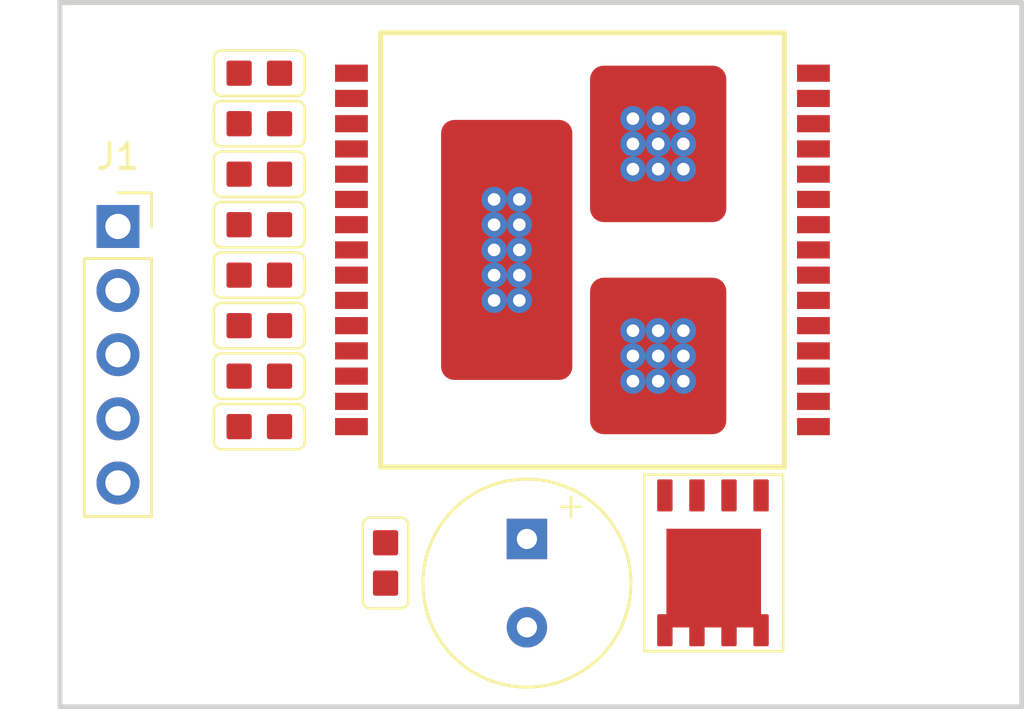
<source format=kicad_pcb>
(kicad_pcb (version 20221018) (generator pcbnew)
  (layers (0 "F.Cu" signal) (31 "B.Cu" signal) (34 "B.Paste" user) (35 "F.Paste" user) (36 "B.SilkS" user "B.Silkscreen") (37 "F.SilkS" user "F.Silkscreen") (38 "B.Mask" user) (39 "F.Mask" user) (44 "Edge.Cuts" user))
  (net 0 "")
  (net 1 "Net-(C1-Pad1)")
  (net 2 "GND")
  (net 3 "/OUT A")
  (net 5 "Net-(IC1-INA)")
  (net 6 "Net-(IC1-ENA{slash}DIAGA)")
  (net 8 "Net-(IC1-PWM)")
  (net 10 "Net-(IC1-ENB{slash}DIAGB)")
  (net 11 "Net-(IC1-INB)")
  (net 12 "/CPM")
  (net 13 "+12V")
  (net 15 "/OUT B")
  (net 20 "/M SW")
  (net 21 "+3V3")
  (net 22 "/IN A")
  (net 23 "/IN B")
  (net 24 "/PWM")
  (footprint "new-vnh:VNH5019A-E" (layer "F.Cu") (at 160.7 91.2 -90)
    (fp_text reference "IC1" hide)
    (fp_text value "VNH5019ATR-E" hide)
    (fp_rect (start -8.6 -8) (end 8.6 8) (stroke (width 0.2)) (fill none) (layer "F.SilkS"))
    (pad "1" smd rect (at -7 9.15 270) (size 0.68 1.3) (layers "F.Cu" "F.Paste" "F.Mask") (net 3 "/OUT A"))
    (pad "2" smd rect (at -6 9.15 270) (size 0.68 1.3) (layers "F.Cu" "F.Paste" "F.Mask"))
    (pad "3" smd rect (at -5 9.15 270) (size 0.68 1.3) (layers "F.Cu" "F.Paste" "F.Mask") (net 1 "Net-(C1-Pad1)"))
    (pad "4" smd rect (at -4 9.15 270) (size 0.68 1.3) (layers "F.Cu" "F.Paste" "F.Mask") (net 5 "Net-(IC1-INA)"))
    (pad "5" smd rect (at -3 9.15 270) (size 0.68 1.3) (layers "F.Cu" "F.Paste" "F.Mask") (net 6 "Net-(IC1-ENA{slash}DIAGA)"))
    (pad "6" smd rect (at -2 9.15 270) (size 0.68 1.3) (layers "F.Cu" "F.Paste" "F.Mask"))
    (pad "7" smd rect (at -1 9.15 270) (size 0.68 1.3) (layers "F.Cu" "F.Paste" "F.Mask") (net 8 "Net-(IC1-PWM)"))
    (pad "8" smd rect (at 0 9.15 270) (size 0.68 1.3) (layers "F.Cu" "F.Paste" "F.Mask"))
    (pad "9" smd rect (at 1 9.15 270) (size 0.68 1.3) (layers "F.Cu" "F.Paste" "F.Mask") (net 10 "Net-(IC1-ENB{slash}DIAGB)"))
    (pad "10" smd rect (at 2 9.15 270) (size 0.68 1.3) (layers "F.Cu" "F.Paste" "F.Mask") (net 11 "Net-(IC1-INB)"))
    (pad "11" smd rect (at 3 9.15 270) (size 0.68 1.3) (layers "F.Cu" "F.Paste" "F.Mask") (net 12 "/CPM"))
    (pad "12" smd rect (at 4 9.15 270) (size 0.68 1.3) (layers "F.Cu" "F.Paste" "F.Mask") (net 13 "+12V"))
    (pad "13" smd rect (at 5 9.15 270) (size 0.68 1.3) (layers "F.Cu" "F.Paste" "F.Mask") (net 1 "Net-(C1-Pad1)"))
    (pad "14" smd rect (at 6 9.15 270) (size 0.68 1.3) (layers "F.Cu" "F.Paste" "F.Mask"))
    (pad "15" smd rect (at 7 9.15 270) (size 0.68 1.3) (layers "F.Cu" "F.Paste" "F.Mask") (net 15 "/OUT B"))
    (pad "16" smd rect (at 7 -9.15 270) (size 0.68 1.3) (layers "F.Cu" "F.Paste" "F.Mask") (net 15 "/OUT B"))
    (pad "17" smd rect (at 6 -9.15 270) (size 0.68 1.3) (layers "F.Cu" "F.Paste" "F.Mask"))
    (pad "18" smd rect (at 5 -9.15 270) (size 0.68 1.3) (layers "F.Cu" "F.Paste" "F.Mask") (net 2 "GND"))
    (pad "19" smd rect (at 4 -9.15 270) (size 0.68 1.3) (layers "F.Cu" "F.Paste" "F.Mask") (net 2 "GND"))
    (pad "20" smd rect (at 3 -9.15 270) (size 0.68 1.3) (layers "F.Cu" "F.Paste" "F.Mask") (net 2 "GND"))
    (pad "21" smd rect (at 2 -9.15 270) (size 0.68 1.3) (layers "F.Cu" "F.Paste" "F.Mask") (net 15 "/OUT B"))
    (pad "22" smd rect (at 1 -9.15 270) (size 0.68 1.3) (layers "F.Cu" "F.Paste" "F.Mask"))
    (pad "23" smd rect (at 0 -9.15 270) (size 0.68 1.3) (layers "F.Cu" "F.Paste" "F.Mask") (net 1 "Net-(C1-Pad1)"))
    (pad "24" smd rect (at -1 -9.15 270) (size 0.68 1.3) (layers "F.Cu" "F.Paste" "F.Mask"))
    (pad "25" smd rect (at -2 -9.15 270) (size 0.68 1.3) (layers "F.Cu" "F.Paste" "F.Mask") (net 3 "/OUT A"))
    (pad "26" smd rect (at -3 -9.15 270) (size 0.68 1.3) (layers "F.Cu" "F.Paste" "F.Mask") (net 2 "GND"))
    (pad "27" smd rect (at -4 -9.15 270) (size 0.68 1.3) (layers "F.Cu" "F.Paste" "F.Mask") (net 2 "GND"))
    (pad "28" smd rect (at -5 -9.15 270) (size 0.68 1.3) (layers "F.Cu" "F.Paste" "F.Mask") (net 2 "GND"))
    (pad "29" smd rect (at -6 -9.15 270) (size 0.68 1.3) (layers "F.Cu" "F.Paste" "F.Mask"))
    (pad "30" smd rect (at -7 -9.15 270) (size 0.68 1.3) (layers "F.Cu" "F.Paste" "F.Mask") (net 3 "/OUT A"))
    (pad "31" thru_hole circle (at -5.2 -4) (size 1 1) (drill 0.5) (layers "*.Cu" "*.Mask") (net 3 "/OUT A"))
    (pad "31" thru_hole circle (at -5.2 -3) (size 1 1) (drill 0.5) (layers "*.Cu" "*.Mask") (net 3 "/OUT A"))
    (pad "31" thru_hole circle (at -5.2 -2) (size 1 1) (drill 0.5) (layers "*.Cu" "*.Mask") (net 3 "/OUT A"))
    (pad "31" thru_hole circle (at -4.2 -4) (size 1 1) (drill 0.5) (layers "*.Cu" "*.Mask") (net 3 "/OUT A"))
    (pad "31" thru_hole circle (at -4.2 -3) (size 1 1) (drill 0.5) (layers "*.Cu" "*.Mask") (net 3 "/OUT A"))
    (pad "31" smd roundrect (at -4.2 -3) (size 5.4 6.2) (layers "F.Cu" "F.Paste" "F.Mask") (roundrect_rratio 0.1) (net 3 "/OUT A"))
    (pad "31" thru_hole circle (at -4.2 -2) (size 1 1) (drill 0.5) (layers "*.Cu" "*.Mask") (net 3 "/OUT A"))
    (pad "31" thru_hole circle (at -3.2 -4) (size 1 1) (drill 0.5) (layers "*.Cu" "*.Mask") (net 3 "/OUT A"))
    (pad "31" thru_hole circle (at -3.2 -3) (size 1 1) (drill 0.5) (layers "*.Cu" "*.Mask") (net 3 "/OUT A"))
    (pad "31" thru_hole circle (at -3.2 -2) (size 1 1) (drill 0.5) (layers "*.Cu" "*.Mask") (net 3 "/OUT A"))
    (pad "32" thru_hole circle (at 3.2 -4) (size 1 1) (drill 0.5) (layers "*.Cu" "*.Mask") (net 15 "/OUT B"))
    (pad "32" thru_hole circle (at 3.2 -3) (size 1 1) (drill 0.5) (layers "*.Cu" "*.Mask") (net 15 "/OUT B"))
    (pad "32" thru_hole circle (at 3.2 -2) (size 1 1) (drill 0.5) (layers "*.Cu" "*.Mask") (net 15 "/OUT B"))
    (pad "32" thru_hole circle (at 4.2 -4) (size 1 1) (drill 0.5) (layers "*.Cu" "*.Mask") (net 15 "/OUT B"))
    (pad "32" thru_hole circle (at 4.2 -3) (size 1 1) (drill 0.5) (layers "*.Cu" "*.Mask") (net 15 "/OUT B"))
    (pad "32" smd roundrect (at 4.2 -3) (size 5.4 6.2) (layers "F.Cu" "F.Paste" "F.Mask") (roundrect_rratio 0.1) (net 15 "/OUT B"))
    (pad "32" thru_hole circle (at 4.2 -2) (size 1 1) (drill 0.5) (layers "*.Cu" "*.Mask") (net 15 "/OUT B"))
    (pad "32" thru_hole circle (at 5.2 -4) (size 1 1) (drill 0.5) (layers "*.Cu" "*.Mask") (net 15 "/OUT B"))
    (pad "32" thru_hole circle (at 5.2 -3) (size 1 1) (drill 0.5) (layers "*.Cu" "*.Mask") (net 15 "/OUT B"))
    (pad "32" thru_hole circle (at 5.2 -2) (size 1 1) (drill 0.5) (layers "*.Cu" "*.Mask") (net 15 "/OUT B"))
    (pad "33" thru_hole circle (at -2 2.5) (size 1 1) (drill 0.5) (layers "*.Cu" "*.Mask") (net 1 "Net-(C1-Pad1)"))
    (pad "33" thru_hole circle (at -2 3.5) (size 1 1) (drill 0.5) (layers "*.Cu" "*.Mask") (net 1 "Net-(C1-Pad1)"))
    (pad "33" thru_hole circle (at -1 2.5) (size 1 1) (drill 0.5) (layers "*.Cu" "*.Mask") (net 1 "Net-(C1-Pad1)"))
    (pad "33" thru_hole circle (at -1 3.5) (size 1 1) (drill 0.5) (layers "*.Cu" "*.Mask") (net 1 "Net-(C1-Pad1)"))
    (pad "33" thru_hole circle (at 0 2.5) (size 1 1) (drill 0.5) (layers "*.Cu" "*.Mask") (net 1 "Net-(C1-Pad1)"))
    (pad "33" smd roundrect (at 0 3) (size 5.2 10.3) (layers "F.Cu" "F.Paste" "F.Mask") (roundrect_rratio 0.1) (net 1 "Net-(C1-Pad1)"))
    (pad "33" thru_hole circle (at 0 3.5) (size 1 1) (drill 0.5) (layers "*.Cu" "*.Mask") (net 1 "Net-(C1-Pad1)"))
    (pad "33" thru_hole circle (at 1 2.5) (size 1 1) (drill 0.5) (layers "*.Cu" "*.Mask") (net 1 "Net-(C1-Pad1)"))
    (pad "33" thru_hole circle (at 1 3.5) (size 1 1) (drill 0.5) (layers "*.Cu" "*.Mask") (net 1 "Net-(C1-Pad1)"))
    (pad "33" thru_hole circle (at 2 2.5) (size 1 1) (drill 0.5) (layers "*.Cu" "*.Mask") (net 1 "Net-(C1-Pad1)"))
    (pad "33" thru_hole circle (at 2 3.5) (size 1 1) (drill 0.5) (layers "*.Cu" "*.Mask") (net 1 "Net-(C1-Pad1)"))
  )
  (footprint "new-vnh:res0603" (layer "F.Cu") (at 147.9 86.2 180)
    (fp_text reference "R1" hide)
    (fp_text value "3K3")
    (fp_line (start -1.8 0.6) (end -1.8 -0.6) (stroke (width 0.1)) (layer "F.SilkS"))
    (fp_line (start -1.5 -0.9) (end 1.5 -0.9) (stroke (width 0.1)) (layer "F.SilkS"))
    (fp_line (start -1.5 0.9) (end 1.5 0.9) (stroke (width 0.1)) (layer "F.SilkS"))
    (fp_line (start 1.8 -0.6) (end 1.8 0.6) (stroke (width 0.1)) (layer "F.SilkS"))
    (fp_arc (start -1.8 -0.6) (mid -1.712132 -0.812132) (end -1.5 -0.9) (stroke (width 0.1)) (layer "F.SilkS"))
    (fp_arc (start -1.5 0.9) (mid -1.712132 0.812132) (end -1.8 0.6) (stroke (width 0.1)) (layer "F.SilkS"))
    (fp_arc (start 1.5 -0.9) (mid 1.712132 -0.812132) (end 1.8 -0.6) (stroke (width 0.1)) (layer "F.SilkS"))
    (fp_arc (start 1.8 0.6) (mid 1.712132 0.812132) (end 1.5 0.9) (stroke (width 0.1)) (layer "F.SilkS"))
    (pad "1" smd roundrect (at -0.8 0 180) (size 1 1) (layers "F.Cu" "F.Paste" "F.Mask") (roundrect_rratio 0.1) (net 20 "/M SW"))
    (pad "2" smd roundrect (at 0.8 0 180) (size 1 1) (layers "F.Cu" "F.Paste" "F.Mask") (roundrect_rratio 0.1) (net 21 "+3V3"))
  )
  (footprint "new-vnh:res0603" (layer "F.Cu") (at 147.9 98.2)
    (fp_text reference "R6" hide)
    (fp_text value "1K")
    (fp_line (start -1.8 0.6) (end -1.8 -0.6) (stroke (width 0.1)) (layer "F.SilkS"))
    (fp_line (start -1.5 -0.9) (end 1.5 -0.9) (stroke (width 0.1)) (layer "F.SilkS"))
    (fp_line (start -1.5 0.9) (end 1.5 0.9) (stroke (width 0.1)) (layer "F.SilkS"))
    (fp_line (start 1.8 -0.6) (end 1.8 0.6) (stroke (width 0.1)) (layer "F.SilkS"))
    (fp_arc (start -1.8 -0.6) (mid -1.712132 -0.812132) (end -1.5 -0.9) (stroke (width 0.1)) (layer "F.SilkS"))
    (fp_arc (start -1.5 0.9) (mid -1.712132 0.812132) (end -1.8 0.6) (stroke (width 0.1)) (layer "F.SilkS"))
    (fp_arc (start 1.5 -0.9) (mid 1.712132 -0.812132) (end 1.8 -0.6) (stroke (width 0.1)) (layer "F.SilkS"))
    (fp_arc (start 1.8 0.6) (mid 1.712132 0.812132) (end 1.5 0.9) (stroke (width 0.1)) (layer "F.SilkS"))
    (pad "1" smd roundrect (at -0.8 0) (size 1 1) (layers "F.Cu" "F.Paste" "F.Mask") (roundrect_rratio 0.1) (net 23 "/IN B"))
    (pad "2" smd roundrect (at 0.8 0) (size 1 1) (layers "F.Cu" "F.Paste" "F.Mask") (roundrect_rratio 0.1) (net 11 "Net-(IC1-INB)"))
  )
  (footprint "new-vnh:res0603" (layer "F.Cu") (at 147.9 84.2)
    (fp_text reference "R5" hide)
    (fp_text value "1K")
    (fp_line (start -1.8 0.6) (end -1.8 -0.6) (stroke (width 0.1)) (layer "F.SilkS"))
    (fp_line (start -1.5 -0.9) (end 1.5 -0.9) (stroke (width 0.1)) (layer "F.SilkS"))
    (fp_line (start -1.5 0.9) (end 1.5 0.9) (stroke (width 0.1)) (layer "F.SilkS"))
    (fp_line (start 1.8 -0.6) (end 1.8 0.6) (stroke (width 0.1)) (layer "F.SilkS"))
    (fp_arc (start -1.8 -0.6) (mid -1.712132 -0.812132) (end -1.5 -0.9) (stroke (width 0.1)) (layer "F.SilkS"))
    (fp_arc (start -1.5 0.9) (mid -1.712132 0.812132) (end -1.8 0.6) (stroke (width 0.1)) (layer "F.SilkS"))
    (fp_arc (start 1.5 -0.9) (mid 1.712132 -0.812132) (end 1.8 -0.6) (stroke (width 0.1)) (layer "F.SilkS"))
    (fp_arc (start 1.8 0.6) (mid 1.712132 0.812132) (end 1.5 0.9) (stroke (width 0.1)) (layer "F.SilkS"))
    (pad "1" smd roundrect (at -0.8 0) (size 1 1) (layers "F.Cu" "F.Paste" "F.Mask") (roundrect_rratio 0.1) (net 22 "/IN A"))
    (pad "2" smd roundrect (at 0.8 0) (size 1 1) (layers "F.Cu" "F.Paste" "F.Mask") (roundrect_rratio 0.1) (net 5 "Net-(IC1-INA)"))
  )
  (footprint "new-vnh:res0603" (layer "F.Cu") (at 147.9 88.2)
    (fp_text reference "R3" hide)
    (fp_text value "1K")
    (fp_line (start -1.8 0.6) (end -1.8 -0.6) (stroke (width 0.1)) (layer "F.SilkS"))
    (fp_line (start -1.5 -0.9) (end 1.5 -0.9) (stroke (width 0.1)) (layer "F.SilkS"))
    (fp_line (start -1.5 0.9) (end 1.5 0.9) (stroke (width 0.1)) (layer "F.SilkS"))
    (fp_line (start 1.8 -0.6) (end 1.8 0.6) (stroke (width 0.1)) (layer "F.SilkS"))
    (fp_arc (start -1.8 -0.6) (mid -1.712132 -0.812132) (end -1.5 -0.9) (stroke (width 0.1)) (layer "F.SilkS"))
    (fp_arc (start -1.5 0.9) (mid -1.712132 0.812132) (end -1.8 0.6) (stroke (width 0.1)) (layer "F.SilkS"))
    (fp_arc (start 1.5 -0.9) (mid 1.712132 -0.812132) (end 1.8 -0.6) (stroke (width 0.1)) (layer "F.SilkS"))
    (fp_arc (start 1.8 0.6) (mid 1.712132 0.812132) (end 1.5 0.9) (stroke (width 0.1)) (layer "F.SilkS"))
    (pad "1" smd roundrect (at -0.8 0) (size 1 1) (layers "F.Cu" "F.Paste" "F.Mask") (roundrect_rratio 0.1) (net 20 "/M SW"))
    (pad "2" smd roundrect (at 0.8 0) (size 1 1) (layers "F.Cu" "F.Paste" "F.Mask") (roundrect_rratio 0.1) (net 6 "Net-(IC1-ENA{slash}DIAGA)"))
  )
  (footprint "new-vnh:res0603" (layer "F.Cu") (at 147.9 94.2 180)
    (fp_text reference "R2" hide)
    (fp_text value "3K3")
    (fp_line (start -1.8 0.6) (end -1.8 -0.6) (stroke (width 0.1)) (layer "F.SilkS"))
    (fp_line (start -1.5 -0.9) (end 1.5 -0.9) (stroke (width 0.1)) (layer "F.SilkS"))
    (fp_line (start -1.5 0.9) (end 1.5 0.9) (stroke (width 0.1)) (layer "F.SilkS"))
    (fp_line (start 1.8 -0.6) (end 1.8 0.6) (stroke (width 0.1)) (layer "F.SilkS"))
    (fp_arc (start -1.8 -0.6) (mid -1.712132 -0.812132) (end -1.5 -0.9) (stroke (width 0.1)) (layer "F.SilkS"))
    (fp_arc (start -1.5 0.9) (mid -1.712132 0.812132) (end -1.8 0.6) (stroke (width 0.1)) (layer "F.SilkS"))
    (fp_arc (start 1.5 -0.9) (mid 1.712132 -0.812132) (end 1.8 -0.6) (stroke (width 0.1)) (layer "F.SilkS"))
    (fp_arc (start 1.8 0.6) (mid 1.712132 0.812132) (end 1.5 0.9) (stroke (width 0.1)) (layer "F.SilkS"))
    (pad "1" smd roundrect (at -0.8 0 180) (size 1 1) (layers "F.Cu" "F.Paste" "F.Mask") (roundrect_rratio 0.1) (net 20 "/M SW"))
    (pad "2" smd roundrect (at 0.8 0 180) (size 1 1) (layers "F.Cu" "F.Paste" "F.Mask") (roundrect_rratio 0.1) (net 21 "+3V3"))
  )
  (footprint "new-vnh:8-DFN (5x6)" (layer "F.Cu") (at 165.9 103.6 180)
    (fp_text reference "Q1" hide)
    (fp_text value "AON6354")
    (fp_rect (start -2.75 -3.5) (end 2.75 3.5) (stroke (width 0.1)) (fill none) (layer "F.SilkS"))
    (pad "1" smd roundrect (at -1.875 2.675 270) (size 1.27 0.61) (layers "F.Cu" "F.Paste" "F.Mask") (roundrect_rratio 0.1) (net 1 "Net-(C1-Pad1)"))
    (pad "2" smd roundrect (at -0.605 2.675 270) (size 1.27 0.61) (layers "F.Cu" "F.Paste" "F.Mask") (roundrect_rratio 0.1) (net 1 "Net-(C1-Pad1)"))
    (pad "3" smd roundrect (at 0.665 2.675 270) (size 1.27 0.61) (layers "F.Cu" "F.Paste" "F.Mask") (roundrect_rratio 0.1) (net 1 "Net-(C1-Pad1)"))
    (pad "4" smd roundrect (at 1.935 2.675 270) (size 1.27 0.61) (layers "F.Cu" "F.Paste" "F.Mask") (roundrect_rratio 0.1) (net 12 "/CPM"))
    (pad "5" smd roundrect (at 1.935 -3.3 90) (size 1.27 0.61) (drill (offset 0.635 0)) (layers "F.Cu" "F.Paste" "F.Mask") (roundrect_rratio 0.1) (net 13 "+12V"))
    (pad "6" smd roundrect (at 0.665 -3.3 90) (size 1.27 0.61) (drill (offset 0.635 0)) (layers "F.Cu" "F.Paste" "F.Mask") (roundrect_rratio 0.1) (net 13 "+12V"))
    (pad "7" smd roundrect (at -0.605 -3.3 90) (size 1.27 0.61) (drill (offset 0.635 0)) (layers "F.Cu" "F.Paste" "F.Mask") (roundrect_rratio 0.1) (net 13 "+12V"))
    (pad "8" smd roundrect (at -1.875 -3.3 90) (size 1.27 0.61) (drill (offset 0.635 0)) (layers "F.Cu" "F.Paste" "F.Mask") (roundrect_rratio 0.1) (net 13 "+12V"))
    (pad "9" smd rect (at 0 -0.6 180) (size 3.75 3.91) (layers "F.Cu" "F.Paste" "F.Mask"))
  )
  (footprint "new-vnh:res0603" (layer "F.Cu") (at 147.9 92.2)
    (fp_text reference "R7" hide)
    (fp_text value "1K")
    (fp_line (start -1.8 0.6) (end -1.8 -0.6) (stroke (width 0.1)) (layer "F.SilkS"))
    (fp_line (start -1.5 -0.9) (end 1.5 -0.9) (stroke (width 0.1)) (layer "F.SilkS"))
    (fp_line (start -1.5 0.9) (end 1.5 0.9) (stroke (width 0.1)) (layer "F.SilkS"))
    (fp_line (start 1.8 -0.6) (end 1.8 0.6) (stroke (width 0.1)) (layer "F.SilkS"))
    (fp_arc (start -1.8 -0.6) (mid -1.712132 -0.812132) (end -1.5 -0.9) (stroke (width 0.1)) (layer "F.SilkS"))
    (fp_arc (start -1.5 0.9) (mid -1.712132 0.812132) (end -1.8 0.6) (stroke (width 0.1)) (layer "F.SilkS"))
    (fp_arc (start 1.5 -0.9) (mid 1.712132 -0.812132) (end 1.8 -0.6) (stroke (width 0.1)) (layer "F.SilkS"))
    (fp_arc (start 1.8 0.6) (mid 1.712132 0.812132) (end 1.5 0.9) (stroke (width 0.1)) (layer "F.SilkS"))
    (pad "1" smd roundrect (at -0.8 0) (size 1 1) (layers "F.Cu" "F.Paste" "F.Mask") (roundrect_rratio 0.1) (net 24 "/PWM"))
    (pad "2" smd roundrect (at 0.8 0) (size 1 1) (layers "F.Cu" "F.Paste" "F.Mask") (roundrect_rratio 0.1) (net 8 "Net-(IC1-PWM)"))
  )
  (footprint "new-vnh:CP_Radial_D8.0mm_P3.50mm" (layer "F.Cu") (at 158.5 104.4 -90)
    (fp_text reference "C1" hide)
    (fp_text value "470u")
    (fp_line (start -3.426759 -1.7475) (end -2.626759 -1.7475) (stroke (width 0.1)) (layer "F.SilkS"))
    (fp_line (start -3.026759 -2.1475) (end -3.026759 -1.3475) (stroke (width 0.1)) (layer "F.SilkS"))
    (fp_circle (center 0 0) (end 4.12 0) (stroke (width 0.12)) (fill none) (layer "F.SilkS"))
    (pad "1" thru_hole rect (at -1.75 0 270) (size 1.6 1.6) (drill 0.8) (layers "*.Cu" "*.Mask") (net 1 "Net-(C1-Pad1)"))
    (pad "2" thru_hole circle (at 1.75 0 270) (size 1.6 1.6) (drill 0.8) (layers "*.Cu" "*.Mask") (net 2 "GND"))
  )
  (footprint "new-vnh:res0603" (layer "F.Cu") (at 147.9 90.2)
    (fp_text reference "R8" hide)
    (fp_text value "10K")
    (fp_line (start -1.8 0.6) (end -1.8 -0.6) (stroke (width 0.1)) (layer "F.SilkS"))
    (fp_line (start -1.5 -0.9) (end 1.5 -0.9) (stroke (width 0.1)) (layer "F.SilkS"))
    (fp_line (start -1.5 0.9) (end 1.5 0.9) (stroke (width 0.1)) (layer "F.SilkS"))
    (fp_line (start 1.8 -0.6) (end 1.8 0.6) (stroke (width 0.1)) (layer "F.SilkS"))
    (fp_arc (start -1.8 -0.6) (mid -1.712132 -0.812132) (end -1.5 -0.9) (stroke (width 0.1)) (layer "F.SilkS"))
    (fp_arc (start -1.5 0.9) (mid -1.712132 0.812132) (end -1.8 0.6) (stroke (width 0.1)) (layer "F.SilkS"))
    (fp_arc (start 1.5 -0.9) (mid 1.712132 -0.812132) (end 1.8 -0.6) (stroke (width 0.1)) (layer "F.SilkS"))
    (fp_arc (start 1.8 0.6) (mid 1.712132 0.812132) (end 1.5 0.9) (stroke (width 0.1)) (layer "F.SilkS"))
    (pad "1" smd roundrect (at -0.8 0) (size 1 1) (layers "F.Cu" "F.Paste" "F.Mask") (roundrect_rratio 0.1) (net 24 "/PWM"))
    (pad "2" smd roundrect (at 0.8 0) (size 1 1) (layers "F.Cu" "F.Paste" "F.Mask") (roundrect_rratio 0.1) (net 2 "GND"))
  )
  (footprint "Connector_PinSocket_2.54mm:PinSocket_1x05_P2.54mm_Vertical" (layer "F.Cu") (at 142.3 90.27)
    (fp_text reference "J1" (at 0 -2.77) (layer "F.SilkS"))
    (fp_text value "Conn_01x05")
    (fp_line (start -1.33 1.27) (end -1.33 11.49) (stroke (width 0.12)) (layer "F.SilkS"))
    (fp_line (start -1.33 1.27) (end 1.33 1.27) (stroke (width 0.12)) (layer "F.SilkS"))
    (fp_line (start -1.33 11.49) (end 1.33 11.49) (stroke (width 0.12)) (layer "F.SilkS"))
    (fp_line (start 0 -1.33) (end 1.33 -1.33) (stroke (width 0.12)) (layer "F.SilkS"))
    (fp_line (start 1.33 -1.33) (end 1.33 0) (stroke (width 0.12)) (layer "F.SilkS"))
    (fp_line (start 1.33 1.27) (end 1.33 11.49) (stroke (width 0.12)) (layer "F.SilkS"))
    (pad "1" thru_hole rect (at 0 0) (size 1.7 1.7) (drill 1) (layers "*.Cu" "*.Mask") (net 21 "+3V3"))
    (pad "2" thru_hole oval (at 0 2.54) (size 1.7 1.7) (drill 1) (layers "*.Cu" "*.Mask") (net 22 "/IN A"))
    (pad "3" thru_hole oval (at 0 5.08) (size 1.7 1.7) (drill 1) (layers "*.Cu" "*.Mask") (net 24 "/PWM"))
    (pad "4" thru_hole oval (at 0 7.62) (size 1.7 1.7) (drill 1) (layers "*.Cu" "*.Mask") (net 23 "/IN B"))
    (pad "5" thru_hole oval (at 0 10.16) (size 1.7 1.7) (drill 1) (layers "*.Cu" "*.Mask") (net 2 "GND"))
  )
  (footprint "new-vnh:res0603" (layer "F.Cu") (at 147.9 96.2)
    (fp_text reference "R4" hide)
    (fp_text value "1K")
    (fp_line (start -1.8 0.6) (end -1.8 -0.6) (stroke (width 0.1)) (layer "F.SilkS"))
    (fp_line (start -1.5 -0.9) (end 1.5 -0.9) (stroke (width 0.1)) (layer "F.SilkS"))
    (fp_line (start -1.5 0.9) (end 1.5 0.9) (stroke (width 0.1)) (layer "F.SilkS"))
    (fp_line (start 1.8 -0.6) (end 1.8 0.6) (stroke (width 0.1)) (layer "F.SilkS"))
    (fp_arc (start -1.8 -0.6) (mid -1.712132 -0.812132) (end -1.5 -0.9) (stroke (width 0.1)) (layer "F.SilkS"))
    (fp_arc (start -1.5 0.9) (mid -1.712132 0.812132) (end -1.8 0.6) (stroke (width 0.1)) (layer "F.SilkS"))
    (fp_arc (start 1.5 -0.9) (mid 1.712132 -0.812132) (end 1.8 -0.6) (stroke (width 0.1)) (layer "F.SilkS"))
    (fp_arc (start 1.8 0.6) (mid 1.712132 0.812132) (end 1.5 0.9) (stroke (width 0.1)) (layer "F.SilkS"))
    (pad "1" smd roundrect (at -0.8 0) (size 1 1) (layers "F.Cu" "F.Paste" "F.Mask") (roundrect_rratio 0.1) (net 20 "/M SW"))
    (pad "2" smd roundrect (at 0.8 0) (size 1 1) (layers "F.Cu" "F.Paste" "F.Mask") (roundrect_rratio 0.1) (net 10 "Net-(IC1-ENB{slash}DIAGB)"))
  )
  (footprint "new-vnh:cap0603" (layer "F.Cu") (at 152.9 103.6 -90)
    (fp_text reference "C2" hide)
    (fp_text value "0u1")
    (fp_line (start -1.8 0.6) (end -1.8 -0.6) (stroke (width 0.1)) (layer "F.SilkS"))
    (fp_line (start -1.5 -0.9) (end 1.5 -0.9) (stroke (width 0.1)) (layer "F.SilkS"))
    (fp_line (start -1.5 0.9) (end 1.5 0.9) (stroke (width 0.1)) (layer "F.SilkS"))
    (fp_line (start 1.8 -0.6) (end 1.8 0.6) (stroke (width 0.1)) (layer "F.SilkS"))
    (fp_arc (start -1.8 -0.6) (mid -1.712132 -0.812132) (end -1.5 -0.9) (stroke (width 0.1)) (layer "F.SilkS"))
    (fp_arc (start -1.5 0.9) (mid -1.712132 0.812132) (end -1.8 0.6) (stroke (width 0.1)) (layer "F.SilkS"))
    (fp_arc (start 1.5 -0.9) (mid 1.712132 -0.812132) (end 1.8 -0.6) (stroke (width 0.1)) (layer "F.SilkS"))
    (fp_arc (start 1.8 0.6) (mid 1.712132 0.812132) (end 1.5 0.9) (stroke (width 0.1)) (layer "F.SilkS"))
    (pad "1" smd roundrect (at -0.8 0 270) (size 1 1) (layers "F.Cu" "F.Paste" "F.Mask") (roundrect_rratio 0.1) (net 1 "Net-(C1-Pad1)"))
    (pad "2" smd roundrect (at 0.8 0 270) (size 1 1) (layers "F.Cu" "F.Paste" "F.Mask") (roundrect_rratio 0.1) (net 2 "GND"))
  )
  (gr_rect (start 140 81.4) (end 178.1 109.3) (stroke (width 0.2)) (fill none) (layer "Edge.Cuts"))
)
</source>
